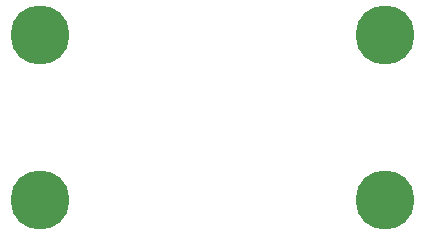
<source format=gtl>
G04 Layer_Physical_Order=1*
G04 Layer_Color=255*
%FSAX43Y43*%
%MOMM*%
G71*
G01*
G75*
%ADD10C,5.000*%
D10*
X0075071Y0107300D02*
D03*
X0104280Y0107300D02*
D03*
Y0121300D02*
D03*
X0075071Y0121300D02*
D03*
M02*

</source>
